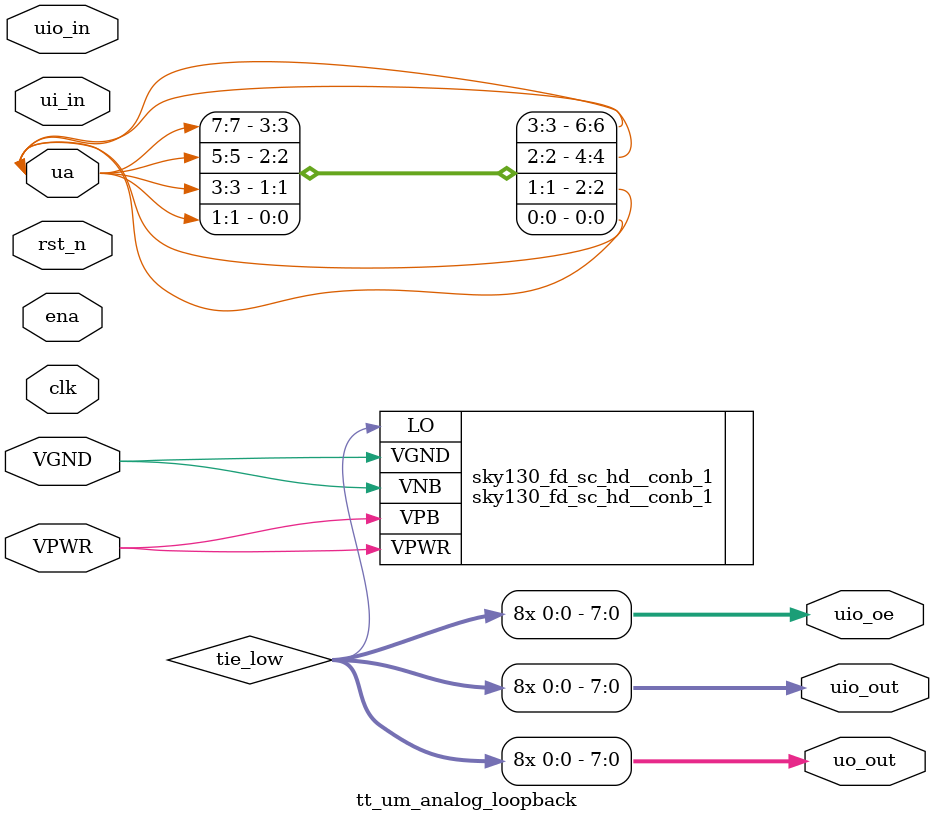
<source format=v>

`default_nettype none


module tt_um_analog_loopback (
    input  wire       VGND,
    input  wire       VPWR,
    input  wire [7:0] ui_in,    // Dedicated inputs
    output wire [7:0] uo_out,   // Dedicated outputs
    input  wire [7:0] uio_in,   // IOs: Input path
    output wire [7:0] uio_out,  // IOs: Output path
    output wire [7:0] uio_oe,   // IOs: Enable path (active high: 0=input, 1=output)
    inout  wire [7:0] ua, // analog pins
    input  wire       ena,      // will go high when the design is enabled
    input  wire       clk,      // clock
    input  wire       rst_n     // reset_n - low to reset
);

    wire tie_low;
    // must have at least once cell in the verilog or netgen has a problem
    sky130_fd_sc_hd__conb_1 sky130_fd_sc_hd__conb_1 (
        .VGND(VGND),
        .VNB (VGND),
        .VPB (VPWR),
        .VPWR(VPWR),
        .LO  (tie_low)
    );

    // all ports have to be assigned individually or netgen has a problem
    assign uo_out[0] = tie_low;
    assign uo_out[1] = tie_low;
    assign uo_out[2] = tie_low;
    assign uo_out[3] = tie_low;
    assign uo_out[4] = tie_low;
    assign uo_out[5] = tie_low;
    assign uo_out[6] = tie_low;
    assign uo_out[7] = tie_low;

    assign uio_out[0] = tie_low;
    assign uio_out[1] = tie_low;
    assign uio_out[2] = tie_low;
    assign uio_out[3] = tie_low;
    assign uio_out[4] = tie_low;
    assign uio_out[5] = tie_low;
    assign uio_out[6] = tie_low;
    assign uio_out[7] = tie_low;

    assign uio_oe[0] = tie_low;
    assign uio_oe[1] = tie_low;
    assign uio_oe[2] = tie_low;
    assign uio_oe[3] = tie_low;
    assign uio_oe[4] = tie_low;
    assign uio_oe[5] = tie_low;
    assign uio_oe[6] = tie_low;
    assign uio_oe[7] = tie_low;
    
    // the loopback
    assign ua[1] = ua[0];
    assign ua[3] = ua[2];
    assign ua[5] = ua[4];
    assign ua[7] = ua[6];
    
endmodule

</source>
